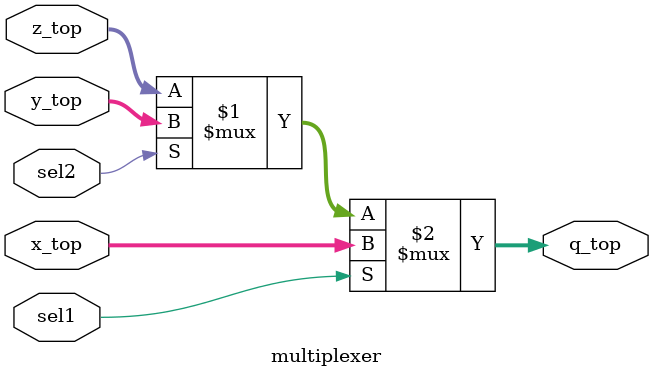
<source format=v>
`define WIDTH 2

module multiplexer (
	input 	 			 sel1,
	input 	 			 sel2,
	input   [`WIDTH-1:0] x_top, 
	input   [`WIDTH-1:0] y_top,
	input   [`WIDTH-1:0] z_top,
	output  [`WIDTH-1:0] q_top
);

	assign q_top = (sel1) ? x_top : 
				   (sel2) ? y_top :
				   			z_top;

endmodule

</source>
